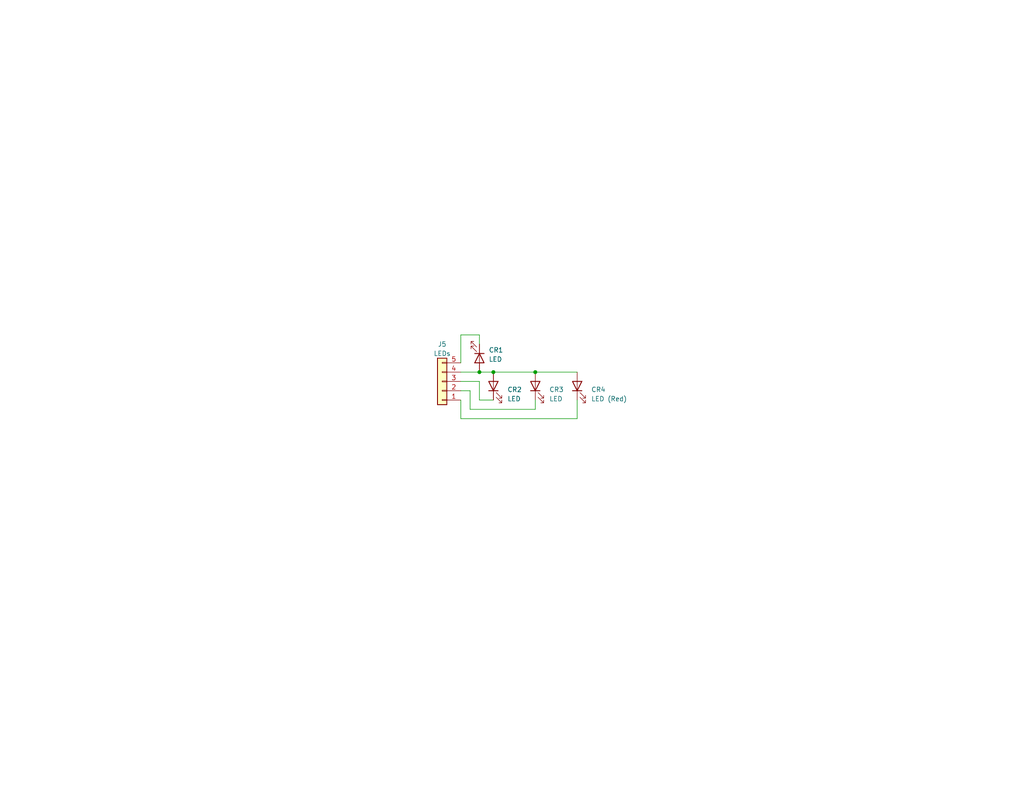
<source format=kicad_sch>
(kicad_sch (version 20230121) (generator eeschema)
  (paper "USLetter")
  (lib_symbols
    (symbol "Connector_Generic:Conn_01x05" (pin_names (offset 1.016) hide)
      (property "Reference" "J" (at 0 7.62 0))
      (property "Value" "Conn_01x05" (at 0 -7.62 0))
      (symbol "Conn_01x05_1_1"
        (rectangle (start -1.27 -4.953) (end 0 -5.207) (stroke (width 0.1524)))
        (rectangle (start -1.27 -2.413) (end 0 -2.667) (stroke (width 0.1524)))
        (rectangle (start -1.27 0.127) (end 0 -0.127) (stroke (width 0.1524)))
        (rectangle (start -1.27 2.667) (end 0 2.413) (stroke (width 0.1524)))
        (rectangle (start -1.27 5.207) (end 0 4.953) (stroke (width 0.1524)))
        (rectangle (start -1.27 6.35) (end 1.27 -6.35) (stroke (width 0.254)) (fill (type background)))
        (pin passive line (at -5.08 5.08 0) (length 3.81) (name "Pin_1") (number "1"))
        (pin passive line (at -5.08 2.54 0) (length 3.81) (name "Pin_2") (number "2"))
        (pin passive line (at -5.08 0 0) (length 3.81) (name "Pin_3") (number "3"))
        (pin passive line (at -5.08 -2.54 0) (length 3.81) (name "Pin_4") (number "4"))
        (pin passive line (at -5.08 -5.08 0) (length 3.81) (name "Pin_5") (number "5"))
      )
    )
    (symbol "Device:LED" (pin_numbers hide) (pin_names (offset 1.016) hide)
      (property "Reference" "D" (at 0 2.54 0))
      (property "Value" "LED" (at 0 -2.54 0))
      (symbol "LED_0_1"
        (polyline (pts (xy -1.27 -1.27) (xy -1.27 1.27)) (stroke (width 0.254)))
        (polyline (pts (xy -1.27 0) (xy 1.27 0)))
        (polyline (pts (xy 1.27 -1.27) (xy 1.27 1.27) (xy -1.27 0) (xy 1.27 -1.27)) (stroke (width 0.254)))
        (polyline (pts (xy -3.048 -0.762) (xy -4.572 -2.286) (xy -3.81 -2.286) (xy -4.572 -2.286) (xy -4.572 -1.524)))
        (polyline (pts (xy -1.778 -0.762) (xy -3.302 -2.286) (xy -2.54 -2.286) (xy -3.302 -2.286) (xy -3.302 -1.524)))
      )
      (symbol "LED_1_1"
        (pin passive line (at -3.81 0 0) (length 2.54) (name "K") (number "1"))
        (pin passive line (at 3.81 0 180) (length 2.54) (name "A") (number "2"))
      )
    )
  )
  (junction (at 134.62 101.6))
  (junction (at 130.81 101.6))
  (junction (at 146.05 101.6))
  (wire (pts (xy 128.27 106.68) (xy 125.73 106.68)))
  (wire (pts (xy 125.73 99.06) (xy 125.73 91.44)))
  (wire (pts (xy 130.81 91.44) (xy 130.81 93.98)))
  (wire (pts (xy 125.73 104.14) (xy 130.81 104.14)))
  (wire (pts (xy 134.62 101.6) (xy 146.05 101.6)))
  (wire (pts (xy 157.48 109.22) (xy 157.48 114.3)))
  (wire (pts (xy 125.73 101.6) (xy 130.81 101.6)))
  (wire (pts (xy 130.81 104.14) (xy 130.81 109.22)))
  (wire (pts (xy 157.48 114.3) (xy 125.73 114.3)))
  (wire (pts (xy 146.05 101.6) (xy 157.48 101.6)))
  (wire (pts (xy 130.81 109.22) (xy 134.62 109.22)))
  (wire (pts (xy 125.73 114.3) (xy 125.73 109.22)))
  (wire (pts (xy 125.73 91.44) (xy 130.81 91.44)))
  (wire (pts (xy 128.27 111.76) (xy 128.27 106.68)))
  (wire (pts (xy 146.05 111.76) (xy 128.27 111.76)))
  (wire (pts (xy 130.81 101.6) (xy 134.62 101.6)))
  (wire (pts (xy 146.05 109.22) (xy 146.05 111.76)))
  (symbol (lib_id "Device:LED") (at 134.62 105.41 90) (unit 1)
    (property "Reference" "CR2" (at 138.43 106.3625 90) (effects (justify right)))
    (property "Value" "LED" (at 138.43 108.9025 90) (effects (justify right)))
  )
  (symbol (lib_id "Device:LED") (at 130.81 97.79 270) (unit 1)
    (property "Reference" "CR1" (at 133.35 95.5675 90) (effects (justify left)))
    (property "Value" "LED" (at 133.35 98.1075 90) (effects (justify left)))
  )
  (symbol (lib_id "Connector_Generic:Conn_01x05") (at 120.65 104.14 180) (unit 1)
    (property "Reference" "J5" (at 120.65 93.98 0))
    (property "Value" "LEDs" (at 120.65 96.52 0))
    (instances (project "NABU Network Adaptor" (path "" (reference "J5") (unit 1)) (path "" (reference "J1") (unit 1))))
  )
  (symbol (lib_id "Device:LED") (at 157.48 105.41 90) (unit 1)
    (property "Reference" "CR4" (at 161.29 106.3625 90) (effects (justify right)))
    (property "Value" "LED (Red)" (at 161.29 108.9025 90) (effects (justify right)))
  )
  (symbol (lib_id "Device:LED") (at 146.05 105.41 90) (unit 1)
    (property "Reference" "CR3" (at 149.86 106.3625 90) (effects (justify right)))
    (property "Value" "LED" (at 149.86 108.9025 90) (effects (justify right)))
  )
)
</source>
